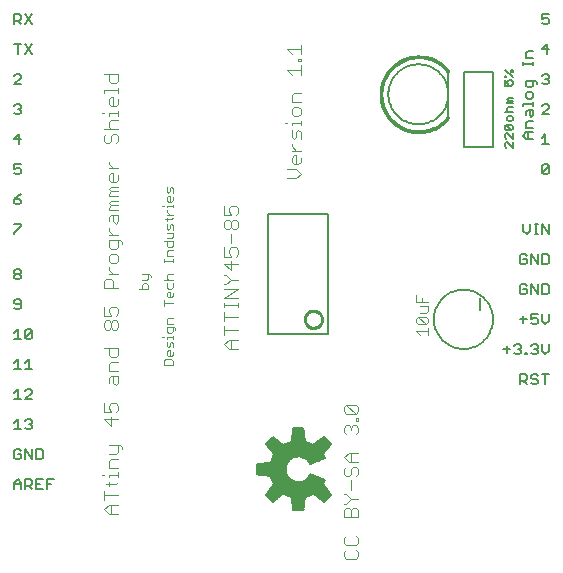
<source format=gto>
G75*
G70*
%OFA0B0*%
%FSLAX24Y24*%
%IPPOS*%
%LPD*%
%AMOC8*
5,1,8,0,0,1.08239X$1,22.5*
%
%ADD10C,0.0040*%
%ADD11C,0.0030*%
%ADD12C,0.0060*%
%ADD13C,0.0080*%
%ADD14C,0.0100*%
%ADD15C,0.0059*%
%ADD16C,0.0050*%
%ADD17C,0.0010*%
D10*
X005181Y011282D02*
X005027Y011435D01*
X005181Y011589D01*
X005488Y011589D01*
X005257Y011589D02*
X005257Y011282D01*
X005181Y011282D02*
X005488Y011282D01*
X005488Y011896D02*
X005027Y011896D01*
X005027Y012049D02*
X005027Y011742D01*
X005181Y012203D02*
X005181Y012356D01*
X005104Y012279D02*
X005411Y012279D01*
X005488Y012356D01*
X005488Y012510D02*
X005488Y012663D01*
X005488Y012586D02*
X005181Y012586D01*
X005181Y012510D01*
X005027Y012586D02*
X004950Y012586D01*
X005181Y012817D02*
X005181Y013047D01*
X005257Y013123D01*
X005488Y013123D01*
X005411Y013277D02*
X005488Y013354D01*
X005488Y013584D01*
X005564Y013584D02*
X005641Y013507D01*
X005641Y013430D01*
X005564Y013584D02*
X005181Y013584D01*
X005181Y013277D02*
X005411Y013277D01*
X005488Y012817D02*
X005181Y012817D01*
X005257Y014198D02*
X005257Y014504D01*
X005257Y014658D02*
X005181Y014811D01*
X005181Y014888D01*
X005257Y014965D01*
X005411Y014965D01*
X005488Y014888D01*
X005488Y014735D01*
X005411Y014658D01*
X005257Y014658D02*
X005027Y014658D01*
X005027Y014965D01*
X005027Y014428D02*
X005257Y014198D01*
X005488Y014428D02*
X005027Y014428D01*
X005411Y015579D02*
X005334Y015655D01*
X005334Y015886D01*
X005257Y015886D02*
X005488Y015886D01*
X005488Y015655D01*
X005411Y015579D01*
X005181Y015655D02*
X005181Y015809D01*
X005257Y015886D01*
X005181Y016039D02*
X005181Y016269D01*
X005257Y016346D01*
X005488Y016346D01*
X005411Y016499D02*
X005257Y016499D01*
X005181Y016576D01*
X005181Y016806D01*
X005027Y016806D02*
X005488Y016806D01*
X005488Y016576D01*
X005411Y016499D01*
X005488Y016039D02*
X005181Y016039D01*
X005181Y017420D02*
X005104Y017420D01*
X005027Y017497D01*
X005027Y017650D01*
X005104Y017727D01*
X005181Y017727D01*
X005257Y017650D01*
X005257Y017497D01*
X005181Y017420D01*
X005257Y017497D02*
X005334Y017420D01*
X005411Y017420D01*
X005488Y017497D01*
X005488Y017650D01*
X005411Y017727D01*
X005334Y017727D01*
X005257Y017650D01*
X005257Y017880D02*
X005027Y017880D01*
X005027Y018187D01*
X005181Y018111D02*
X005257Y018187D01*
X005411Y018187D01*
X005488Y018111D01*
X005488Y017957D01*
X005411Y017880D01*
X005257Y017880D02*
X005181Y018034D01*
X005181Y018111D01*
X005334Y018801D02*
X005334Y019031D01*
X005257Y019108D01*
X005104Y019108D01*
X005027Y019031D01*
X005027Y018801D01*
X005488Y018801D01*
X005488Y019261D02*
X005181Y019261D01*
X005334Y019261D02*
X005181Y019415D01*
X005181Y019492D01*
X005257Y019645D02*
X005181Y019722D01*
X005181Y019875D01*
X005257Y019952D01*
X005411Y019952D01*
X005488Y019875D01*
X005488Y019722D01*
X005411Y019645D01*
X005257Y019645D01*
X005257Y020105D02*
X005181Y020182D01*
X005181Y020412D01*
X005564Y020412D01*
X005641Y020336D01*
X005641Y020259D01*
X005488Y020182D02*
X005488Y020412D01*
X005488Y020566D02*
X005181Y020566D01*
X005334Y020566D02*
X005181Y020719D01*
X005181Y020796D01*
X005181Y021026D02*
X005181Y021180D01*
X005257Y021256D01*
X005488Y021256D01*
X005488Y021026D01*
X005411Y020949D01*
X005334Y021026D01*
X005334Y021256D01*
X005181Y021410D02*
X005181Y021486D01*
X005257Y021563D01*
X005181Y021640D01*
X005257Y021717D01*
X005488Y021717D01*
X005488Y021870D02*
X005181Y021870D01*
X005181Y021947D01*
X005257Y022024D01*
X005181Y022100D01*
X005257Y022177D01*
X005488Y022177D01*
X005488Y022024D02*
X005257Y022024D01*
X005257Y022331D02*
X005181Y022407D01*
X005181Y022561D01*
X005257Y022637D01*
X005334Y022637D01*
X005334Y022331D01*
X005411Y022331D02*
X005257Y022331D01*
X005411Y022331D02*
X005488Y022407D01*
X005488Y022561D01*
X005488Y022791D02*
X005181Y022791D01*
X005334Y022791D02*
X005181Y022944D01*
X005181Y023021D01*
X005181Y023635D02*
X005257Y023712D01*
X005257Y023865D01*
X005334Y023942D01*
X005411Y023942D01*
X005488Y023865D01*
X005488Y023712D01*
X005411Y023635D01*
X005181Y023635D02*
X005104Y023635D01*
X005027Y023712D01*
X005027Y023865D01*
X005104Y023942D01*
X005027Y024095D02*
X005488Y024095D01*
X005257Y024095D02*
X005181Y024172D01*
X005181Y024325D01*
X005257Y024402D01*
X005488Y024402D01*
X005488Y024556D02*
X005488Y024709D01*
X005488Y024632D02*
X005181Y024632D01*
X005181Y024556D01*
X005027Y024632D02*
X004950Y024632D01*
X005181Y024939D02*
X005181Y025093D01*
X005257Y025169D01*
X005334Y025169D01*
X005334Y024862D01*
X005257Y024862D02*
X005181Y024939D01*
X005257Y024862D02*
X005411Y024862D01*
X005488Y024939D01*
X005488Y025093D01*
X005488Y025323D02*
X005488Y025476D01*
X005488Y025399D02*
X005027Y025399D01*
X005027Y025323D01*
X005257Y025630D02*
X005181Y025706D01*
X005181Y025937D01*
X005027Y025937D02*
X005488Y025937D01*
X005488Y025706D01*
X005411Y025630D01*
X005257Y025630D01*
X005257Y021563D02*
X005488Y021563D01*
X005488Y021410D02*
X005181Y021410D01*
X005488Y020182D02*
X005411Y020105D01*
X005257Y020105D01*
X009027Y020158D02*
X009027Y019851D01*
X009257Y019851D01*
X009181Y020004D01*
X009181Y020081D01*
X009257Y020158D01*
X009411Y020158D01*
X009488Y020081D01*
X009488Y019928D01*
X009411Y019851D01*
X009257Y019698D02*
X009257Y019391D01*
X009027Y019621D01*
X009488Y019621D01*
X009104Y019237D02*
X009027Y019237D01*
X009104Y019237D02*
X009257Y019084D01*
X009488Y019084D01*
X009257Y019084D02*
X009104Y018930D01*
X009027Y018930D01*
X009027Y018777D02*
X009488Y018777D01*
X009027Y018470D01*
X009488Y018470D01*
X009488Y018317D02*
X009488Y018163D01*
X009488Y018240D02*
X009027Y018240D01*
X009027Y018163D02*
X009027Y018317D01*
X009027Y018010D02*
X009027Y017703D01*
X009027Y017856D02*
X009488Y017856D01*
X009488Y017396D02*
X009027Y017396D01*
X009027Y017549D02*
X009027Y017242D01*
X009181Y017089D02*
X009027Y016935D01*
X009181Y016782D01*
X009488Y016782D01*
X009257Y016782D02*
X009257Y017089D01*
X009181Y017089D02*
X009488Y017089D01*
X009257Y020311D02*
X009257Y020618D01*
X009181Y020772D02*
X009104Y020772D01*
X009027Y020848D01*
X009027Y021002D01*
X009104Y021079D01*
X009181Y021079D01*
X009257Y021002D01*
X009257Y020848D01*
X009181Y020772D01*
X009257Y020848D02*
X009334Y020772D01*
X009411Y020772D01*
X009488Y020848D01*
X009488Y021002D01*
X009411Y021079D01*
X009334Y021079D01*
X009257Y021002D01*
X009257Y021232D02*
X009181Y021386D01*
X009181Y021462D01*
X009257Y021539D01*
X009411Y021539D01*
X009488Y021462D01*
X009488Y021309D01*
X009411Y021232D01*
X009257Y021232D02*
X009027Y021232D01*
X009027Y021539D01*
X011126Y022465D02*
X011433Y022465D01*
X011586Y022618D01*
X011433Y022771D01*
X011126Y022771D01*
X011356Y022925D02*
X011280Y023002D01*
X011280Y023155D01*
X011356Y023232D01*
X011433Y023232D01*
X011433Y022925D01*
X011510Y022925D02*
X011356Y022925D01*
X011510Y022925D02*
X011586Y023002D01*
X011586Y023155D01*
X011586Y023385D02*
X011280Y023385D01*
X011433Y023385D02*
X011280Y023539D01*
X011280Y023615D01*
X011356Y023769D02*
X011280Y023846D01*
X011280Y024076D01*
X011280Y024229D02*
X011280Y024306D01*
X011586Y024306D01*
X011586Y024229D02*
X011586Y024383D01*
X011510Y024536D02*
X011356Y024536D01*
X011280Y024613D01*
X011280Y024766D01*
X011356Y024843D01*
X011510Y024843D01*
X011586Y024766D01*
X011586Y024613D01*
X011510Y024536D01*
X011586Y024996D02*
X011280Y024996D01*
X011280Y025227D01*
X011356Y025303D01*
X011586Y025303D01*
X011586Y025917D02*
X011586Y026224D01*
X011586Y026071D02*
X011126Y026071D01*
X011280Y025917D01*
X011510Y026378D02*
X011510Y026454D01*
X011586Y026454D01*
X011586Y026378D01*
X011510Y026378D01*
X011586Y026608D02*
X011586Y026915D01*
X011586Y026761D02*
X011126Y026761D01*
X011280Y026608D01*
X011126Y024306D02*
X011049Y024306D01*
X011433Y023999D02*
X011433Y023846D01*
X011356Y023769D01*
X011586Y023769D02*
X011586Y023999D01*
X011510Y024076D01*
X011433Y023999D01*
X013104Y014923D02*
X013411Y014616D01*
X013488Y014692D01*
X013488Y014846D01*
X013411Y014923D01*
X013104Y014923D01*
X013027Y014846D01*
X013027Y014692D01*
X013104Y014616D01*
X013411Y014616D01*
X013411Y014462D02*
X013488Y014462D01*
X013488Y014386D01*
X013411Y014386D01*
X013411Y014462D01*
X013411Y014232D02*
X013488Y014155D01*
X013488Y014002D01*
X013411Y013925D01*
X013257Y014079D02*
X013257Y014155D01*
X013334Y014232D01*
X013411Y014232D01*
X013257Y014155D02*
X013181Y014232D01*
X013104Y014232D01*
X013027Y014155D01*
X013027Y014002D01*
X013104Y013925D01*
X013181Y013311D02*
X013488Y013311D01*
X013257Y013311D02*
X013257Y013005D01*
X013181Y013005D02*
X013027Y013158D01*
X013181Y013311D01*
X013181Y013005D02*
X013488Y013005D01*
X013411Y012851D02*
X013488Y012774D01*
X013488Y012621D01*
X013411Y012544D01*
X013257Y012621D02*
X013257Y012774D01*
X013334Y012851D01*
X013411Y012851D01*
X013257Y012621D02*
X013181Y012544D01*
X013104Y012544D01*
X013027Y012621D01*
X013027Y012774D01*
X013104Y012851D01*
X013257Y012391D02*
X013257Y012084D01*
X013104Y011930D02*
X013027Y011930D01*
X013104Y011930D02*
X013257Y011777D01*
X013488Y011777D01*
X013257Y011777D02*
X013104Y011623D01*
X013027Y011623D01*
X013104Y011470D02*
X013181Y011470D01*
X013257Y011393D01*
X013257Y011163D01*
X013027Y011163D02*
X013027Y011393D01*
X013104Y011470D01*
X013257Y011393D02*
X013334Y011470D01*
X013411Y011470D01*
X013488Y011393D01*
X013488Y011163D01*
X013027Y011163D01*
X013104Y010549D02*
X013027Y010473D01*
X013027Y010319D01*
X013104Y010242D01*
X013411Y010242D01*
X013488Y010319D01*
X013488Y010473D01*
X013411Y010549D01*
X013411Y010089D02*
X013488Y010012D01*
X013488Y009859D01*
X013411Y009782D01*
X013104Y009782D01*
X013027Y009859D01*
X013027Y010012D01*
X013104Y010089D01*
D11*
X015565Y017233D02*
X015441Y017357D01*
X015812Y017357D01*
X015812Y017480D02*
X015812Y017233D01*
X015750Y017602D02*
X015503Y017602D01*
X015441Y017663D01*
X015441Y017787D01*
X015503Y017848D01*
X015750Y017602D01*
X015812Y017663D01*
X015812Y017787D01*
X015750Y017848D01*
X015503Y017848D01*
X015565Y017970D02*
X015750Y017970D01*
X015812Y018032D01*
X015812Y018217D01*
X015565Y018217D01*
X015627Y018338D02*
X015627Y018462D01*
X015812Y018338D02*
X015441Y018338D01*
X015441Y018585D01*
X007409Y017462D02*
X007361Y017511D01*
X007119Y017511D01*
X007119Y017365D01*
X007167Y017317D01*
X007264Y017317D01*
X007313Y017365D01*
X007313Y017511D01*
X007313Y017612D02*
X007119Y017612D01*
X007119Y017757D01*
X007167Y017805D01*
X007313Y017805D01*
X007409Y017462D02*
X007409Y017414D01*
X007313Y017217D02*
X007313Y017121D01*
X007313Y017169D02*
X007119Y017169D01*
X007119Y017121D01*
X007119Y017019D02*
X007119Y016874D01*
X007167Y016826D01*
X007216Y016874D01*
X007216Y016971D01*
X007264Y017019D01*
X007313Y016971D01*
X007313Y016826D01*
X007216Y016725D02*
X007216Y016531D01*
X007264Y016531D02*
X007167Y016531D01*
X007119Y016580D01*
X007119Y016676D01*
X007167Y016725D01*
X007216Y016725D01*
X007313Y016676D02*
X007313Y016580D01*
X007264Y016531D01*
X007264Y016430D02*
X007071Y016430D01*
X007022Y016382D01*
X007022Y016237D01*
X007313Y016237D01*
X007313Y016382D01*
X007264Y016430D01*
X007022Y017169D02*
X006974Y017169D01*
X007022Y018201D02*
X007022Y018394D01*
X007022Y018298D02*
X007313Y018298D01*
X007264Y018496D02*
X007167Y018496D01*
X007119Y018544D01*
X007119Y018641D01*
X007167Y018689D01*
X007216Y018689D01*
X007216Y018496D01*
X007264Y018496D02*
X007313Y018544D01*
X007313Y018641D01*
X007264Y018790D02*
X007313Y018839D01*
X007313Y018984D01*
X007313Y019085D02*
X007022Y019085D01*
X007119Y019133D02*
X007119Y019230D01*
X007167Y019278D01*
X007313Y019278D01*
X007167Y019085D02*
X007119Y019133D01*
X007119Y018984D02*
X007119Y018839D01*
X007167Y018790D01*
X007264Y018790D01*
X006589Y019168D02*
X006589Y019217D01*
X006541Y019265D01*
X006299Y019265D01*
X006299Y019072D02*
X006444Y019072D01*
X006493Y019120D01*
X006493Y019265D01*
X006444Y018971D02*
X006347Y018971D01*
X006299Y018922D01*
X006299Y018777D01*
X006202Y018777D02*
X006493Y018777D01*
X006493Y018922D01*
X006444Y018971D01*
X007022Y019674D02*
X007022Y019771D01*
X007022Y019723D02*
X007313Y019723D01*
X007313Y019771D02*
X007313Y019674D01*
X007313Y019871D02*
X007119Y019871D01*
X007119Y020016D01*
X007167Y020064D01*
X007313Y020064D01*
X007264Y020165D02*
X007167Y020165D01*
X007119Y020214D01*
X007119Y020359D01*
X007022Y020359D02*
X007313Y020359D01*
X007313Y020214D01*
X007264Y020165D01*
X007264Y020460D02*
X007119Y020460D01*
X007264Y020460D02*
X007313Y020508D01*
X007313Y020653D01*
X007119Y020653D01*
X007167Y020755D02*
X007119Y020803D01*
X007119Y020948D01*
X007119Y021049D02*
X007119Y021146D01*
X007071Y021098D02*
X007264Y021098D01*
X007313Y021146D01*
X007313Y021246D02*
X007119Y021246D01*
X007119Y021342D02*
X007119Y021391D01*
X007119Y021342D02*
X007216Y021246D01*
X007313Y021491D02*
X007313Y021588D01*
X007313Y021539D02*
X007119Y021539D01*
X007119Y021491D01*
X007022Y021539D02*
X006974Y021539D01*
X007167Y021688D02*
X007119Y021736D01*
X007119Y021833D01*
X007167Y021881D01*
X007216Y021881D01*
X007216Y021688D01*
X007264Y021688D02*
X007167Y021688D01*
X007264Y021688D02*
X007313Y021736D01*
X007313Y021833D01*
X007313Y021982D02*
X007313Y022127D01*
X007264Y022176D01*
X007216Y022127D01*
X007216Y022031D01*
X007167Y021982D01*
X007119Y022031D01*
X007119Y022176D01*
X007264Y020948D02*
X007216Y020900D01*
X007216Y020803D01*
X007167Y020755D01*
X007313Y020755D02*
X007313Y020900D01*
X007264Y020948D01*
D12*
X002633Y017376D02*
X002633Y017149D01*
X002576Y017092D01*
X002463Y017092D01*
X002406Y017149D01*
X002633Y017376D01*
X002576Y017432D01*
X002463Y017432D01*
X002406Y017376D01*
X002406Y017149D01*
X002264Y017092D02*
X002038Y017092D01*
X002151Y017092D02*
X002151Y017432D01*
X002038Y017319D01*
X002094Y018092D02*
X002208Y018092D01*
X002264Y018149D01*
X002264Y018376D01*
X002208Y018432D01*
X002094Y018432D01*
X002038Y018376D01*
X002038Y018319D01*
X002094Y018262D01*
X002264Y018262D01*
X002094Y018092D02*
X002038Y018149D01*
X002094Y019092D02*
X002038Y019149D01*
X002038Y019205D01*
X002094Y019262D01*
X002208Y019262D01*
X002264Y019205D01*
X002264Y019149D01*
X002208Y019092D01*
X002094Y019092D01*
X002094Y019262D02*
X002038Y019319D01*
X002038Y019376D01*
X002094Y019432D01*
X002208Y019432D01*
X002264Y019376D01*
X002264Y019319D01*
X002208Y019262D01*
X002038Y020592D02*
X002038Y020649D01*
X002264Y020876D01*
X002264Y020932D01*
X002038Y020932D01*
X002094Y021592D02*
X002208Y021592D01*
X002264Y021649D01*
X002264Y021705D01*
X002208Y021762D01*
X002038Y021762D01*
X002038Y021649D01*
X002094Y021592D01*
X002038Y021762D02*
X002151Y021876D01*
X002264Y021932D01*
X002208Y022592D02*
X002094Y022592D01*
X002038Y022649D01*
X002038Y022762D02*
X002151Y022819D01*
X002208Y022819D01*
X002264Y022762D01*
X002264Y022649D01*
X002208Y022592D01*
X002038Y022762D02*
X002038Y022932D01*
X002264Y022932D01*
X002208Y023592D02*
X002208Y023932D01*
X002038Y023762D01*
X002264Y023762D01*
X002208Y024592D02*
X002094Y024592D01*
X002038Y024649D01*
X002151Y024762D02*
X002208Y024762D01*
X002264Y024705D01*
X002264Y024649D01*
X002208Y024592D01*
X002208Y024762D02*
X002264Y024819D01*
X002264Y024876D01*
X002208Y024932D01*
X002094Y024932D01*
X002038Y024876D01*
X002038Y025592D02*
X002264Y025819D01*
X002264Y025876D01*
X002208Y025932D01*
X002094Y025932D01*
X002038Y025876D01*
X002038Y025592D02*
X002264Y025592D01*
X002151Y026592D02*
X002151Y026932D01*
X002038Y026932D02*
X002264Y026932D01*
X002406Y026932D02*
X002633Y026592D01*
X002406Y026592D02*
X002633Y026932D01*
X002633Y027592D02*
X002406Y027932D01*
X002264Y027876D02*
X002264Y027762D01*
X002208Y027705D01*
X002038Y027705D01*
X002038Y027592D02*
X002038Y027932D01*
X002208Y027932D01*
X002264Y027876D01*
X002151Y027705D02*
X002264Y027592D01*
X002406Y027592D02*
X002633Y027932D01*
X002519Y016432D02*
X002519Y016092D01*
X002406Y016092D02*
X002633Y016092D01*
X002406Y016319D02*
X002519Y016432D01*
X002264Y016092D02*
X002038Y016092D01*
X002151Y016092D02*
X002151Y016432D01*
X002038Y016319D01*
X002151Y015432D02*
X002151Y015092D01*
X002038Y015092D02*
X002264Y015092D01*
X002406Y015092D02*
X002633Y015319D01*
X002633Y015376D01*
X002576Y015432D01*
X002463Y015432D01*
X002406Y015376D01*
X002406Y015092D02*
X002633Y015092D01*
X002576Y014432D02*
X002633Y014376D01*
X002633Y014319D01*
X002576Y014262D01*
X002633Y014205D01*
X002633Y014149D01*
X002576Y014092D01*
X002463Y014092D01*
X002406Y014149D01*
X002264Y014092D02*
X002038Y014092D01*
X002151Y014092D02*
X002151Y014432D01*
X002038Y014319D01*
X002406Y014376D02*
X002463Y014432D01*
X002576Y014432D01*
X002576Y014262D02*
X002519Y014262D01*
X002406Y013432D02*
X002633Y013092D01*
X002633Y013432D01*
X002774Y013432D02*
X002944Y013432D01*
X003001Y013376D01*
X003001Y013149D01*
X002944Y013092D01*
X002774Y013092D01*
X002774Y013432D01*
X002406Y013432D02*
X002406Y013092D01*
X002264Y013149D02*
X002264Y013262D01*
X002151Y013262D01*
X002038Y013149D02*
X002038Y013376D01*
X002094Y013432D01*
X002208Y013432D01*
X002264Y013376D01*
X002264Y013149D02*
X002208Y013092D01*
X002094Y013092D01*
X002038Y013149D01*
X002151Y012432D02*
X002264Y012319D01*
X002264Y012092D01*
X002406Y012092D02*
X002406Y012432D01*
X002576Y012432D01*
X002633Y012376D01*
X002633Y012262D01*
X002576Y012205D01*
X002406Y012205D01*
X002519Y012205D02*
X002633Y012092D01*
X002774Y012092D02*
X003001Y012092D01*
X003142Y012092D02*
X003142Y012432D01*
X003369Y012432D01*
X003256Y012262D02*
X003142Y012262D01*
X003001Y012432D02*
X002774Y012432D01*
X002774Y012092D01*
X002774Y012262D02*
X002888Y012262D01*
X002264Y012262D02*
X002038Y012262D01*
X002038Y012319D02*
X002038Y012092D01*
X002038Y012319D02*
X002151Y012432D01*
X002038Y015319D02*
X002151Y015432D01*
X014508Y025262D02*
X014510Y025325D01*
X014516Y025387D01*
X014526Y025449D01*
X014539Y025511D01*
X014557Y025571D01*
X014578Y025630D01*
X014603Y025688D01*
X014632Y025744D01*
X014664Y025798D01*
X014699Y025850D01*
X014737Y025899D01*
X014779Y025947D01*
X014823Y025991D01*
X014871Y026033D01*
X014920Y026071D01*
X014972Y026106D01*
X015026Y026138D01*
X015082Y026167D01*
X015140Y026192D01*
X015199Y026213D01*
X015259Y026231D01*
X015321Y026244D01*
X015383Y026254D01*
X015445Y026260D01*
X015508Y026262D01*
X015571Y026260D01*
X015633Y026254D01*
X015695Y026244D01*
X015757Y026231D01*
X015817Y026213D01*
X015876Y026192D01*
X015934Y026167D01*
X015990Y026138D01*
X016044Y026106D01*
X016096Y026071D01*
X016145Y026033D01*
X016193Y025991D01*
X016237Y025947D01*
X016279Y025899D01*
X016317Y025850D01*
X016352Y025798D01*
X016384Y025744D01*
X016413Y025688D01*
X016438Y025630D01*
X016459Y025571D01*
X016477Y025511D01*
X016490Y025449D01*
X016500Y025387D01*
X016506Y025325D01*
X016508Y025262D01*
X016506Y025199D01*
X016500Y025137D01*
X016490Y025075D01*
X016477Y025013D01*
X016459Y024953D01*
X016438Y024894D01*
X016413Y024836D01*
X016384Y024780D01*
X016352Y024726D01*
X016317Y024674D01*
X016279Y024625D01*
X016237Y024577D01*
X016193Y024533D01*
X016145Y024491D01*
X016096Y024453D01*
X016044Y024418D01*
X015990Y024386D01*
X015934Y024357D01*
X015876Y024332D01*
X015817Y024311D01*
X015757Y024293D01*
X015695Y024280D01*
X015633Y024270D01*
X015571Y024264D01*
X015508Y024262D01*
X015445Y024264D01*
X015383Y024270D01*
X015321Y024280D01*
X015259Y024293D01*
X015199Y024311D01*
X015140Y024332D01*
X015082Y024357D01*
X015026Y024386D01*
X014972Y024418D01*
X014920Y024453D01*
X014871Y024491D01*
X014823Y024533D01*
X014779Y024577D01*
X014737Y024625D01*
X014699Y024674D01*
X014664Y024726D01*
X014632Y024780D01*
X014603Y024836D01*
X014578Y024894D01*
X014557Y024953D01*
X014539Y025013D01*
X014526Y025075D01*
X014516Y025137D01*
X014510Y025199D01*
X014508Y025262D01*
X018992Y024934D02*
X019333Y024934D01*
X019333Y024878D02*
X019333Y024991D01*
X019276Y025123D02*
X019333Y025180D01*
X019333Y025293D01*
X019276Y025350D01*
X019162Y025350D01*
X019106Y025293D01*
X019106Y025180D01*
X019162Y025123D01*
X019276Y025123D01*
X018992Y024934D02*
X018992Y024878D01*
X019162Y024736D02*
X019333Y024736D01*
X019333Y024566D01*
X019276Y024509D01*
X019219Y024566D01*
X019219Y024736D01*
X019162Y024736D02*
X019106Y024680D01*
X019106Y024566D01*
X019162Y024368D02*
X019333Y024368D01*
X019162Y024368D02*
X019106Y024311D01*
X019106Y024141D01*
X019333Y024141D01*
X019333Y024000D02*
X019106Y024000D01*
X018992Y023886D01*
X019106Y023773D01*
X019333Y023773D01*
X019162Y023773D02*
X019162Y024000D01*
X019624Y023819D02*
X019738Y023932D01*
X019738Y023592D01*
X019851Y023592D02*
X019624Y023592D01*
X019681Y022932D02*
X019794Y022932D01*
X019851Y022876D01*
X019624Y022649D01*
X019681Y022592D01*
X019794Y022592D01*
X019851Y022649D01*
X019851Y022876D01*
X019681Y022932D02*
X019624Y022876D01*
X019624Y022649D01*
X019624Y020932D02*
X019851Y020592D01*
X019851Y020932D01*
X019624Y020932D02*
X019624Y020592D01*
X019492Y020592D02*
X019379Y020592D01*
X019435Y020592D02*
X019435Y020932D01*
X019379Y020932D02*
X019492Y020932D01*
X019237Y020932D02*
X019237Y020705D01*
X019124Y020592D01*
X019010Y020705D01*
X019010Y020932D01*
X019058Y019932D02*
X018944Y019932D01*
X018888Y019876D01*
X018888Y019649D01*
X018944Y019592D01*
X019058Y019592D01*
X019114Y019649D01*
X019114Y019762D01*
X019001Y019762D01*
X019114Y019876D02*
X019058Y019932D01*
X019256Y019932D02*
X019256Y019592D01*
X019483Y019592D02*
X019256Y019932D01*
X019483Y019932D02*
X019483Y019592D01*
X019624Y019592D02*
X019624Y019932D01*
X019794Y019932D01*
X019851Y019876D01*
X019851Y019649D01*
X019794Y019592D01*
X019624Y019592D01*
X019624Y018932D02*
X019794Y018932D01*
X019851Y018876D01*
X019851Y018649D01*
X019794Y018592D01*
X019624Y018592D01*
X019624Y018932D01*
X019483Y018932D02*
X019483Y018592D01*
X019256Y018932D01*
X019256Y018592D01*
X019114Y018649D02*
X019114Y018762D01*
X019001Y018762D01*
X018888Y018649D02*
X018944Y018592D01*
X019058Y018592D01*
X019114Y018649D01*
X018888Y018649D02*
X018888Y018876D01*
X018944Y018932D01*
X019058Y018932D01*
X019114Y018876D01*
X019256Y017932D02*
X019256Y017762D01*
X019369Y017819D01*
X019426Y017819D01*
X019483Y017762D01*
X019483Y017649D01*
X019426Y017592D01*
X019313Y017592D01*
X019256Y017649D01*
X019114Y017762D02*
X018888Y017762D01*
X019001Y017649D02*
X019001Y017876D01*
X019256Y017932D02*
X019483Y017932D01*
X019624Y017932D02*
X019624Y017705D01*
X019738Y017592D01*
X019851Y017705D01*
X019851Y017932D01*
X019851Y016932D02*
X019851Y016705D01*
X019738Y016592D01*
X019624Y016705D01*
X019624Y016932D01*
X019483Y016876D02*
X019483Y016819D01*
X019426Y016762D01*
X019483Y016705D01*
X019483Y016649D01*
X019426Y016592D01*
X019313Y016592D01*
X019256Y016649D01*
X019128Y016649D02*
X019128Y016592D01*
X019072Y016592D01*
X019072Y016649D01*
X019128Y016649D01*
X018930Y016649D02*
X018874Y016592D01*
X018760Y016592D01*
X018703Y016649D01*
X018817Y016762D02*
X018874Y016762D01*
X018930Y016705D01*
X018930Y016649D01*
X018874Y016762D02*
X018930Y016819D01*
X018930Y016876D01*
X018874Y016932D01*
X018760Y016932D01*
X018703Y016876D01*
X018562Y016762D02*
X018335Y016762D01*
X018449Y016649D02*
X018449Y016876D01*
X019256Y016876D02*
X019313Y016932D01*
X019426Y016932D01*
X019483Y016876D01*
X019426Y016762D02*
X019369Y016762D01*
X019313Y015932D02*
X019256Y015876D01*
X019256Y015819D01*
X019313Y015762D01*
X019426Y015762D01*
X019483Y015705D01*
X019483Y015649D01*
X019426Y015592D01*
X019313Y015592D01*
X019256Y015649D01*
X019114Y015592D02*
X019001Y015705D01*
X019058Y015705D02*
X018888Y015705D01*
X018888Y015592D02*
X018888Y015932D01*
X019058Y015932D01*
X019114Y015876D01*
X019114Y015762D01*
X019058Y015705D01*
X019313Y015932D02*
X019426Y015932D01*
X019483Y015876D01*
X019624Y015932D02*
X019851Y015932D01*
X019738Y015932D02*
X019738Y015592D01*
X019624Y024592D02*
X019851Y024819D01*
X019851Y024876D01*
X019794Y024932D01*
X019681Y024932D01*
X019624Y024876D01*
X019624Y024592D02*
X019851Y024592D01*
X019794Y025592D02*
X019681Y025592D01*
X019624Y025649D01*
X019738Y025762D02*
X019794Y025762D01*
X019851Y025705D01*
X019851Y025649D01*
X019794Y025592D01*
X019794Y025762D02*
X019851Y025819D01*
X019851Y025876D01*
X019794Y025932D01*
X019681Y025932D01*
X019624Y025876D01*
X019446Y025662D02*
X019389Y025718D01*
X019106Y025718D01*
X019106Y025548D01*
X019162Y025492D01*
X019276Y025492D01*
X019333Y025548D01*
X019333Y025718D01*
X019446Y025662D02*
X019446Y025605D01*
X019333Y026228D02*
X019333Y026342D01*
X019333Y026285D02*
X018992Y026285D01*
X018992Y026228D02*
X018992Y026342D01*
X019106Y026474D02*
X019106Y026644D01*
X019162Y026701D01*
X019333Y026701D01*
X019333Y026474D02*
X019106Y026474D01*
X019624Y026762D02*
X019851Y026762D01*
X019794Y026592D02*
X019794Y026932D01*
X019624Y026762D01*
X019681Y027592D02*
X019624Y027649D01*
X019681Y027592D02*
X019794Y027592D01*
X019851Y027649D01*
X019851Y027762D01*
X019794Y027819D01*
X019738Y027819D01*
X019624Y027762D01*
X019624Y027932D01*
X019851Y027932D01*
D13*
X017980Y026002D02*
X017980Y023522D01*
X017035Y023522D01*
X017035Y026002D01*
X017980Y026002D01*
X016508Y026012D02*
X016508Y024512D01*
X012508Y021262D02*
X012508Y017262D01*
X012108Y017262D01*
X011908Y017262D01*
X012108Y017262D02*
X010508Y017262D01*
X010508Y021262D01*
X012508Y021262D01*
X016024Y017762D02*
X016026Y017824D01*
X016032Y017887D01*
X016042Y017948D01*
X016056Y018009D01*
X016073Y018069D01*
X016094Y018128D01*
X016120Y018185D01*
X016148Y018240D01*
X016180Y018294D01*
X016216Y018345D01*
X016254Y018395D01*
X016296Y018441D01*
X016340Y018485D01*
X016388Y018526D01*
X016437Y018564D01*
X016489Y018598D01*
X016543Y018629D01*
X016599Y018657D01*
X016657Y018681D01*
X016716Y018702D01*
X016776Y018718D01*
X016837Y018731D01*
X016899Y018740D01*
X016961Y018745D01*
X017024Y018746D01*
X017086Y018743D01*
X017148Y018736D01*
X017210Y018725D01*
X017270Y018710D01*
X017330Y018692D01*
X017388Y018670D01*
X017445Y018644D01*
X017500Y018614D01*
X017553Y018581D01*
X017604Y018545D01*
X017652Y018506D01*
X017698Y018463D01*
X017741Y018418D01*
X017781Y018370D01*
X017818Y018320D01*
X017852Y018267D01*
X017883Y018213D01*
X017909Y018157D01*
X017933Y018099D01*
X017952Y018039D01*
X017968Y017979D01*
X017980Y017917D01*
X017988Y017856D01*
X017992Y017793D01*
X017992Y017731D01*
X017988Y017668D01*
X017980Y017607D01*
X017968Y017545D01*
X017952Y017485D01*
X017933Y017425D01*
X017909Y017367D01*
X017883Y017311D01*
X017852Y017257D01*
X017818Y017204D01*
X017781Y017154D01*
X017741Y017106D01*
X017698Y017061D01*
X017652Y017018D01*
X017604Y016979D01*
X017553Y016943D01*
X017500Y016910D01*
X017445Y016880D01*
X017388Y016854D01*
X017330Y016832D01*
X017270Y016814D01*
X017210Y016799D01*
X017148Y016788D01*
X017086Y016781D01*
X017024Y016778D01*
X016961Y016779D01*
X016899Y016784D01*
X016837Y016793D01*
X016776Y016806D01*
X016716Y016822D01*
X016657Y016843D01*
X016599Y016867D01*
X016543Y016895D01*
X016489Y016926D01*
X016437Y016960D01*
X016388Y016998D01*
X016340Y017039D01*
X016296Y017083D01*
X016254Y017129D01*
X016216Y017179D01*
X016180Y017230D01*
X016148Y017284D01*
X016120Y017339D01*
X016094Y017396D01*
X016073Y017455D01*
X016056Y017515D01*
X016042Y017576D01*
X016032Y017637D01*
X016026Y017700D01*
X016024Y017762D01*
X017558Y018062D02*
X017558Y018462D01*
D14*
X011725Y017762D02*
X011727Y017795D01*
X011733Y017828D01*
X011743Y017861D01*
X011756Y017891D01*
X011773Y017920D01*
X011794Y017947D01*
X011817Y017971D01*
X011843Y017992D01*
X011871Y018010D01*
X011902Y018024D01*
X011933Y018035D01*
X011966Y018042D01*
X012000Y018045D01*
X012033Y018044D01*
X012066Y018039D01*
X012099Y018030D01*
X012130Y018017D01*
X012159Y018001D01*
X012186Y017982D01*
X012211Y017959D01*
X012233Y017934D01*
X012252Y017906D01*
X012267Y017876D01*
X012279Y017845D01*
X012287Y017812D01*
X012291Y017779D01*
X012291Y017745D01*
X012287Y017712D01*
X012279Y017679D01*
X012267Y017648D01*
X012252Y017618D01*
X012233Y017590D01*
X012211Y017565D01*
X012186Y017542D01*
X012159Y017523D01*
X012130Y017507D01*
X012099Y017494D01*
X012066Y017485D01*
X012033Y017480D01*
X012000Y017479D01*
X011966Y017482D01*
X011933Y017489D01*
X011902Y017500D01*
X011871Y017514D01*
X011843Y017532D01*
X011817Y017553D01*
X011794Y017577D01*
X011773Y017604D01*
X011756Y017633D01*
X011743Y017663D01*
X011733Y017696D01*
X011727Y017729D01*
X011725Y017762D01*
D15*
X011675Y014130D02*
X011340Y014130D01*
X011294Y013685D01*
X011194Y013656D01*
X011097Y013616D01*
X011006Y013565D01*
X010659Y013848D01*
X010422Y013610D01*
X010704Y013264D01*
X010654Y013172D01*
X010614Y013076D01*
X010584Y012975D01*
X010140Y012930D01*
X010140Y012594D01*
X010584Y012549D01*
X010614Y012448D01*
X010654Y012352D01*
X010704Y012260D01*
X010422Y011914D01*
X010659Y011676D01*
X011006Y011959D01*
X011097Y011908D01*
X011194Y011868D01*
X011294Y011839D01*
X011340Y011394D01*
X011675Y011394D01*
X011721Y011839D01*
X011821Y011868D01*
X011918Y011908D01*
X012010Y011959D01*
X012356Y011676D01*
X012593Y011914D01*
X012311Y012260D01*
X012350Y012328D01*
X012383Y012399D01*
X011905Y012597D01*
X011872Y012533D01*
X011829Y012475D01*
X011776Y012425D01*
X011716Y012385D01*
X011650Y012356D01*
X011580Y012338D01*
X011508Y012331D01*
X011427Y012339D01*
X011350Y012361D01*
X011278Y012398D01*
X011214Y012447D01*
X011160Y012508D01*
X011119Y012577D01*
X011091Y012653D01*
X011078Y012733D01*
X011080Y012813D01*
X011097Y012892D01*
X011129Y012967D01*
X011174Y013034D01*
X011230Y013091D01*
X011296Y013137D01*
X011370Y013170D01*
X011449Y013189D01*
X011530Y013192D01*
X011609Y013180D01*
X011686Y013154D01*
X011756Y013114D01*
X011817Y013061D01*
X011868Y012998D01*
X011905Y012927D01*
X012383Y013125D01*
X012350Y013196D01*
X012311Y013264D01*
X012593Y013610D01*
X012356Y013848D01*
X012010Y013565D01*
X011918Y013616D01*
X011821Y013656D01*
X011721Y013685D01*
X011675Y014130D01*
X011680Y014086D02*
X011335Y014086D01*
X011329Y014028D02*
X011686Y014028D01*
X011692Y013970D02*
X011323Y013970D01*
X011318Y013913D02*
X011698Y013913D01*
X011703Y013855D02*
X011312Y013855D01*
X011306Y013798D02*
X011709Y013798D01*
X011715Y013740D02*
X011300Y013740D01*
X011285Y013682D02*
X011730Y013682D01*
X011896Y013625D02*
X011119Y013625D01*
X011009Y013567D02*
X012006Y013567D01*
X012012Y013567D02*
X012558Y013567D01*
X012579Y013625D02*
X012082Y013625D01*
X012153Y013682D02*
X012521Y013682D01*
X012464Y013740D02*
X012224Y013740D01*
X012294Y013798D02*
X012406Y013798D01*
X012511Y013510D02*
X010504Y013510D01*
X010457Y013567D02*
X011003Y013567D01*
X010933Y013625D02*
X010436Y013625D01*
X010494Y013682D02*
X010862Y013682D01*
X010791Y013740D02*
X010551Y013740D01*
X010609Y013798D02*
X010721Y013798D01*
X010551Y013452D02*
X012464Y013452D01*
X012417Y013394D02*
X010598Y013394D01*
X010645Y013337D02*
X012370Y013337D01*
X012323Y013279D02*
X010692Y013279D01*
X010681Y013222D02*
X012335Y013222D01*
X012365Y013164D02*
X011657Y013164D01*
X011764Y013106D02*
X012339Y013106D01*
X012200Y013049D02*
X011827Y013049D01*
X011871Y012991D02*
X012061Y012991D01*
X011922Y012934D02*
X011902Y012934D01*
X011901Y012588D02*
X011927Y012588D01*
X011870Y012531D02*
X012066Y012531D01*
X012206Y012473D02*
X011826Y012473D01*
X011761Y012415D02*
X012345Y012415D01*
X012363Y012358D02*
X011655Y012358D01*
X011362Y012358D02*
X010651Y012358D01*
X010627Y012415D02*
X011255Y012415D01*
X011191Y012473D02*
X010606Y012473D01*
X010590Y012531D02*
X011146Y012531D01*
X011115Y012588D02*
X010199Y012588D01*
X010140Y012646D02*
X011094Y012646D01*
X011083Y012703D02*
X010140Y012703D01*
X010140Y012761D02*
X011079Y012761D01*
X011081Y012819D02*
X010140Y012819D01*
X010140Y012876D02*
X011094Y012876D01*
X011115Y012934D02*
X010177Y012934D01*
X010589Y012991D02*
X011145Y012991D01*
X011188Y013049D02*
X010606Y013049D01*
X010626Y013106D02*
X011252Y013106D01*
X011357Y013164D02*
X010650Y013164D01*
X010682Y012300D02*
X012334Y012300D01*
X012325Y012243D02*
X010690Y012243D01*
X010643Y012185D02*
X012372Y012185D01*
X012419Y012127D02*
X010596Y012127D01*
X010549Y012070D02*
X012466Y012070D01*
X012513Y012012D02*
X010502Y012012D01*
X010455Y011955D02*
X011001Y011955D01*
X011013Y011955D02*
X012002Y011955D01*
X012015Y011955D02*
X012560Y011955D01*
X012577Y011897D02*
X012085Y011897D01*
X012156Y011839D02*
X012519Y011839D01*
X012461Y011782D02*
X012226Y011782D01*
X012297Y011724D02*
X012404Y011724D01*
X011891Y011897D02*
X011124Y011897D01*
X011293Y011839D02*
X011722Y011839D01*
X011715Y011782D02*
X011300Y011782D01*
X011306Y011724D02*
X011709Y011724D01*
X011703Y011667D02*
X011312Y011667D01*
X011318Y011609D02*
X011697Y011609D01*
X011691Y011551D02*
X011324Y011551D01*
X011330Y011494D02*
X011686Y011494D01*
X011680Y011436D02*
X011335Y011436D01*
X010930Y011897D02*
X010439Y011897D01*
X010496Y011839D02*
X010859Y011839D01*
X010789Y011782D02*
X010554Y011782D01*
X010611Y011724D02*
X010718Y011724D01*
D16*
X018427Y023486D02*
X018382Y023531D01*
X018382Y023621D01*
X018427Y023666D01*
X018472Y023666D01*
X018653Y023486D01*
X018653Y023666D01*
X018653Y023781D02*
X018472Y023961D01*
X018427Y023961D01*
X018382Y023916D01*
X018382Y023826D01*
X018427Y023781D01*
X018653Y023781D02*
X018653Y023961D01*
X018608Y024075D02*
X018653Y024120D01*
X018653Y024210D01*
X018608Y024256D01*
X018427Y024256D01*
X018608Y024075D01*
X018427Y024075D01*
X018382Y024120D01*
X018382Y024210D01*
X018427Y024256D01*
X018517Y024370D02*
X018608Y024370D01*
X018653Y024415D01*
X018653Y024505D01*
X018608Y024550D01*
X018517Y024550D01*
X018472Y024505D01*
X018472Y024415D01*
X018517Y024370D01*
X018517Y024665D02*
X018472Y024710D01*
X018472Y024800D01*
X018517Y024845D01*
X018653Y024845D01*
X018653Y024959D02*
X018472Y024959D01*
X018472Y025004D01*
X018517Y025049D01*
X018472Y025094D01*
X018517Y025139D01*
X018653Y025139D01*
X018653Y025049D02*
X018517Y025049D01*
X018382Y024665D02*
X018653Y024665D01*
X018608Y025549D02*
X018653Y025594D01*
X018653Y025684D01*
X018608Y025729D01*
X018517Y025729D01*
X018472Y025684D01*
X018472Y025639D01*
X018517Y025549D01*
X018382Y025549D01*
X018382Y025729D01*
X018382Y025843D02*
X018427Y025843D01*
X018427Y025888D01*
X018382Y025888D01*
X018382Y025843D01*
X018382Y026068D02*
X018653Y025843D01*
X018653Y026023D02*
X018653Y026068D01*
X018608Y026068D01*
X018608Y026023D01*
X018653Y026023D01*
D17*
X016540Y026042D02*
X016468Y025988D01*
X016469Y025989D02*
X016426Y026042D01*
X016381Y026093D01*
X016332Y026141D01*
X016281Y026186D01*
X016227Y026229D01*
X016171Y026268D01*
X016113Y026304D01*
X016053Y026337D01*
X015992Y026366D01*
X015928Y026391D01*
X015864Y026413D01*
X015798Y026432D01*
X015731Y026446D01*
X015664Y026457D01*
X015596Y026464D01*
X015528Y026467D01*
X015459Y026466D01*
X015391Y026461D01*
X015323Y026453D01*
X015256Y026440D01*
X015190Y026424D01*
X015125Y026404D01*
X015060Y026381D01*
X014998Y026354D01*
X014937Y026323D01*
X014878Y026289D01*
X014820Y026252D01*
X014765Y026211D01*
X014713Y026167D01*
X014663Y026121D01*
X014616Y026072D01*
X014571Y026020D01*
X014530Y025966D01*
X014491Y025909D01*
X014456Y025850D01*
X014425Y025790D01*
X014397Y025728D01*
X014372Y025664D01*
X014351Y025599D01*
X014334Y025533D01*
X014320Y025466D01*
X014311Y025398D01*
X014305Y025330D01*
X014303Y025262D01*
X014305Y025194D01*
X014311Y025126D01*
X014320Y025058D01*
X014334Y024991D01*
X014351Y024925D01*
X014372Y024860D01*
X014397Y024796D01*
X014425Y024734D01*
X014456Y024674D01*
X014491Y024615D01*
X014530Y024558D01*
X014571Y024504D01*
X014616Y024452D01*
X014663Y024403D01*
X014713Y024357D01*
X014765Y024313D01*
X014820Y024272D01*
X014878Y024235D01*
X014937Y024201D01*
X014998Y024170D01*
X015060Y024143D01*
X015125Y024120D01*
X015190Y024100D01*
X015256Y024084D01*
X015323Y024071D01*
X015391Y024063D01*
X015459Y024058D01*
X015528Y024057D01*
X015596Y024060D01*
X015664Y024067D01*
X015731Y024078D01*
X015798Y024092D01*
X015864Y024111D01*
X015928Y024133D01*
X015992Y024158D01*
X016053Y024187D01*
X016113Y024220D01*
X016171Y024256D01*
X016227Y024295D01*
X016281Y024338D01*
X016332Y024383D01*
X016381Y024431D01*
X016426Y024482D01*
X016469Y024535D01*
X016540Y024482D01*
X016541Y024481D01*
X016497Y024426D01*
X016449Y024373D01*
X016399Y024322D01*
X016346Y024275D01*
X016291Y024231D01*
X016233Y024189D01*
X016173Y024151D01*
X016112Y024116D01*
X016048Y024085D01*
X015983Y024057D01*
X015916Y024033D01*
X015848Y024012D01*
X015779Y023996D01*
X015709Y023983D01*
X015639Y023974D01*
X015568Y023968D01*
X015497Y023967D01*
X015426Y023970D01*
X015355Y023976D01*
X015285Y023986D01*
X015216Y024000D01*
X015147Y024018D01*
X015079Y024040D01*
X015013Y024065D01*
X014948Y024094D01*
X014885Y024127D01*
X014824Y024163D01*
X014765Y024202D01*
X014708Y024244D01*
X014653Y024289D01*
X014601Y024338D01*
X014552Y024389D01*
X014505Y024442D01*
X014462Y024499D01*
X014422Y024557D01*
X014385Y024618D01*
X014351Y024680D01*
X014321Y024744D01*
X014294Y024810D01*
X014271Y024877D01*
X014252Y024946D01*
X014237Y025015D01*
X014225Y025085D01*
X014217Y025156D01*
X014213Y025227D01*
X014213Y025297D01*
X014217Y025368D01*
X014225Y025439D01*
X014237Y025509D01*
X014252Y025578D01*
X014271Y025647D01*
X014294Y025714D01*
X014321Y025780D01*
X014351Y025844D01*
X014385Y025906D01*
X014422Y025967D01*
X014462Y026025D01*
X014505Y026082D01*
X014552Y026135D01*
X014601Y026186D01*
X014653Y026235D01*
X014708Y026280D01*
X014765Y026322D01*
X014824Y026361D01*
X014885Y026397D01*
X014948Y026430D01*
X015013Y026459D01*
X015079Y026484D01*
X015147Y026506D01*
X015216Y026524D01*
X015285Y026538D01*
X015355Y026548D01*
X015426Y026554D01*
X015497Y026557D01*
X015568Y026556D01*
X015639Y026550D01*
X015709Y026541D01*
X015779Y026528D01*
X015848Y026512D01*
X015916Y026491D01*
X015983Y026467D01*
X016048Y026439D01*
X016112Y026408D01*
X016173Y026373D01*
X016233Y026335D01*
X016291Y026293D01*
X016346Y026249D01*
X016399Y026202D01*
X016449Y026151D01*
X016497Y026098D01*
X016541Y026043D01*
X016534Y026038D01*
X016489Y026093D01*
X016442Y026146D01*
X016391Y026197D01*
X016338Y026244D01*
X016282Y026289D01*
X016224Y026330D01*
X016164Y026368D01*
X016102Y026403D01*
X016038Y026434D01*
X015972Y026461D01*
X015905Y026485D01*
X015836Y026505D01*
X015767Y026522D01*
X015697Y026534D01*
X015626Y026543D01*
X015555Y026547D01*
X015484Y026548D01*
X015413Y026544D01*
X015342Y026537D01*
X015271Y026526D01*
X015202Y026511D01*
X015133Y026492D01*
X015065Y026469D01*
X014999Y026443D01*
X014934Y026413D01*
X014872Y026379D01*
X014811Y026343D01*
X014752Y026302D01*
X014695Y026259D01*
X014641Y026212D01*
X014590Y026163D01*
X014542Y026110D01*
X014496Y026056D01*
X014454Y025998D01*
X014415Y025939D01*
X014379Y025877D01*
X014346Y025814D01*
X014318Y025749D01*
X014292Y025682D01*
X014271Y025614D01*
X014253Y025545D01*
X014240Y025475D01*
X014230Y025404D01*
X014224Y025333D01*
X014222Y025262D01*
X014224Y025191D01*
X014230Y025120D01*
X014240Y025049D01*
X014253Y024979D01*
X014271Y024910D01*
X014292Y024842D01*
X014318Y024775D01*
X014346Y024710D01*
X014379Y024647D01*
X014415Y024585D01*
X014454Y024526D01*
X014496Y024468D01*
X014542Y024414D01*
X014590Y024361D01*
X014641Y024312D01*
X014695Y024265D01*
X014752Y024222D01*
X014811Y024181D01*
X014872Y024145D01*
X014934Y024111D01*
X014999Y024081D01*
X015065Y024055D01*
X015133Y024032D01*
X015202Y024013D01*
X015271Y023998D01*
X015342Y023987D01*
X015413Y023980D01*
X015484Y023976D01*
X015555Y023977D01*
X015626Y023981D01*
X015697Y023990D01*
X015767Y024002D01*
X015836Y024019D01*
X015905Y024039D01*
X015972Y024063D01*
X016038Y024090D01*
X016102Y024121D01*
X016164Y024156D01*
X016224Y024194D01*
X016282Y024235D01*
X016338Y024280D01*
X016391Y024327D01*
X016442Y024378D01*
X016489Y024431D01*
X016534Y024486D01*
X016527Y024492D01*
X016482Y024437D01*
X016435Y024384D01*
X016385Y024334D01*
X016332Y024287D01*
X016277Y024243D01*
X016219Y024201D01*
X016160Y024164D01*
X016098Y024129D01*
X016034Y024098D01*
X015969Y024071D01*
X015902Y024047D01*
X015834Y024027D01*
X015765Y024011D01*
X015696Y023999D01*
X015625Y023990D01*
X015555Y023986D01*
X015484Y023985D01*
X015413Y023989D01*
X015343Y023996D01*
X015273Y024007D01*
X015204Y024022D01*
X015136Y024041D01*
X015068Y024063D01*
X015003Y024089D01*
X014938Y024119D01*
X014876Y024152D01*
X014816Y024189D01*
X014757Y024229D01*
X014701Y024272D01*
X014647Y024318D01*
X014597Y024368D01*
X014548Y024419D01*
X014503Y024474D01*
X014461Y024531D01*
X014422Y024590D01*
X014387Y024651D01*
X014354Y024714D01*
X014326Y024779D01*
X014301Y024845D01*
X014280Y024913D01*
X014262Y024981D01*
X014249Y025051D01*
X014239Y025121D01*
X014233Y025191D01*
X014231Y025262D01*
X014233Y025333D01*
X014239Y025403D01*
X014249Y025473D01*
X014262Y025543D01*
X014280Y025611D01*
X014301Y025679D01*
X014326Y025745D01*
X014354Y025810D01*
X014387Y025873D01*
X014422Y025934D01*
X014461Y025993D01*
X014503Y026050D01*
X014548Y026105D01*
X014597Y026156D01*
X014647Y026206D01*
X014701Y026252D01*
X014757Y026295D01*
X014816Y026335D01*
X014876Y026372D01*
X014938Y026405D01*
X015003Y026435D01*
X015068Y026461D01*
X015136Y026483D01*
X015204Y026502D01*
X015273Y026517D01*
X015343Y026528D01*
X015413Y026535D01*
X015484Y026539D01*
X015555Y026538D01*
X015625Y026534D01*
X015696Y026525D01*
X015765Y026513D01*
X015834Y026497D01*
X015902Y026477D01*
X015969Y026453D01*
X016034Y026426D01*
X016098Y026395D01*
X016160Y026360D01*
X016219Y026323D01*
X016277Y026281D01*
X016332Y026237D01*
X016385Y026190D01*
X016435Y026140D01*
X016482Y026087D01*
X016527Y026032D01*
X016519Y026027D01*
X016475Y026082D01*
X016427Y026135D01*
X016377Y026185D01*
X016324Y026233D01*
X016268Y026277D01*
X016210Y026318D01*
X016150Y026355D01*
X016088Y026390D01*
X016024Y026420D01*
X015958Y026447D01*
X015891Y026471D01*
X015823Y026490D01*
X015753Y026506D01*
X015683Y026518D01*
X015613Y026526D01*
X015542Y026530D01*
X015471Y026529D01*
X015400Y026525D01*
X015329Y026517D01*
X015259Y026505D01*
X015190Y026489D01*
X015122Y026470D01*
X015054Y026446D01*
X014989Y026419D01*
X014925Y026388D01*
X014863Y026354D01*
X014803Y026316D01*
X014745Y026274D01*
X014689Y026230D01*
X014636Y026183D01*
X014586Y026132D01*
X014539Y026079D01*
X014494Y026024D01*
X014453Y025966D01*
X014416Y025906D01*
X014381Y025843D01*
X014350Y025779D01*
X014323Y025714D01*
X014300Y025647D01*
X014280Y025578D01*
X014264Y025509D01*
X014252Y025439D01*
X014244Y025368D01*
X014240Y025298D01*
X014240Y025226D01*
X014244Y025156D01*
X014252Y025085D01*
X014264Y025015D01*
X014280Y024946D01*
X014300Y024877D01*
X014323Y024810D01*
X014350Y024745D01*
X014381Y024681D01*
X014416Y024618D01*
X014453Y024558D01*
X014494Y024500D01*
X014539Y024445D01*
X014586Y024392D01*
X014636Y024341D01*
X014689Y024294D01*
X014745Y024250D01*
X014803Y024208D01*
X014863Y024170D01*
X014925Y024136D01*
X014989Y024105D01*
X015054Y024078D01*
X015122Y024054D01*
X015190Y024035D01*
X015259Y024019D01*
X015329Y024007D01*
X015400Y023999D01*
X015471Y023995D01*
X015542Y023994D01*
X015613Y023998D01*
X015683Y024006D01*
X015753Y024018D01*
X015823Y024034D01*
X015891Y024053D01*
X015958Y024077D01*
X016024Y024104D01*
X016088Y024134D01*
X016150Y024169D01*
X016210Y024206D01*
X016268Y024247D01*
X016324Y024291D01*
X016377Y024339D01*
X016427Y024389D01*
X016475Y024442D01*
X016519Y024497D01*
X016512Y024503D01*
X016468Y024448D01*
X016421Y024395D01*
X016371Y024345D01*
X016318Y024298D01*
X016263Y024254D01*
X016205Y024214D01*
X016146Y024176D01*
X016084Y024142D01*
X016020Y024112D01*
X015955Y024085D01*
X015888Y024062D01*
X015820Y024042D01*
X015752Y024027D01*
X015682Y024015D01*
X015612Y024007D01*
X015541Y024003D01*
X015471Y024004D01*
X015400Y024008D01*
X015330Y024016D01*
X015261Y024028D01*
X015192Y024043D01*
X015124Y024063D01*
X015058Y024086D01*
X014993Y024113D01*
X014929Y024144D01*
X014867Y024178D01*
X014808Y024216D01*
X014750Y024257D01*
X014695Y024301D01*
X014642Y024348D01*
X014593Y024398D01*
X014546Y024450D01*
X014502Y024506D01*
X014461Y024563D01*
X014423Y024623D01*
X014389Y024685D01*
X014359Y024748D01*
X014332Y024813D01*
X014308Y024880D01*
X014289Y024948D01*
X014273Y025017D01*
X014261Y025086D01*
X014253Y025156D01*
X014249Y025227D01*
X014249Y025297D01*
X014253Y025368D01*
X014261Y025438D01*
X014273Y025507D01*
X014289Y025576D01*
X014308Y025644D01*
X014332Y025711D01*
X014359Y025776D01*
X014389Y025839D01*
X014423Y025901D01*
X014461Y025961D01*
X014502Y026018D01*
X014546Y026074D01*
X014593Y026126D01*
X014642Y026176D01*
X014695Y026223D01*
X014750Y026267D01*
X014808Y026308D01*
X014867Y026346D01*
X014929Y026380D01*
X014993Y026411D01*
X015058Y026438D01*
X015124Y026461D01*
X015192Y026481D01*
X015261Y026496D01*
X015330Y026508D01*
X015400Y026516D01*
X015471Y026520D01*
X015541Y026521D01*
X015612Y026517D01*
X015682Y026509D01*
X015752Y026497D01*
X015820Y026482D01*
X015888Y026462D01*
X015955Y026439D01*
X016020Y026412D01*
X016084Y026382D01*
X016146Y026348D01*
X016205Y026310D01*
X016263Y026270D01*
X016318Y026226D01*
X016371Y026179D01*
X016421Y026129D01*
X016468Y026076D01*
X016512Y026021D01*
X016505Y026016D01*
X016461Y026071D01*
X016414Y026123D01*
X016365Y026172D01*
X016312Y026219D01*
X016258Y026262D01*
X016200Y026303D01*
X016141Y026340D01*
X016080Y026374D01*
X016016Y026404D01*
X015952Y026431D01*
X015885Y026454D01*
X015818Y026473D01*
X015750Y026488D01*
X015681Y026500D01*
X015611Y026508D01*
X015541Y026512D01*
X015471Y026511D01*
X015401Y026507D01*
X015332Y026499D01*
X015263Y026488D01*
X015194Y026472D01*
X015127Y026453D01*
X015061Y026429D01*
X014996Y026402D01*
X014933Y026372D01*
X014872Y026338D01*
X014813Y026301D01*
X014755Y026260D01*
X014701Y026216D01*
X014649Y026170D01*
X014599Y026120D01*
X014552Y026068D01*
X014509Y026013D01*
X014468Y025956D01*
X014431Y025897D01*
X014397Y025835D01*
X014367Y025772D01*
X014340Y025707D01*
X014317Y025641D01*
X014298Y025574D01*
X014282Y025506D01*
X014270Y025437D01*
X014262Y025367D01*
X014258Y025297D01*
X014258Y025227D01*
X014262Y025157D01*
X014270Y025087D01*
X014282Y025018D01*
X014298Y024950D01*
X014317Y024883D01*
X014340Y024817D01*
X014367Y024752D01*
X014397Y024689D01*
X014431Y024627D01*
X014468Y024568D01*
X014509Y024511D01*
X014552Y024456D01*
X014599Y024404D01*
X014649Y024354D01*
X014701Y024308D01*
X014755Y024264D01*
X014813Y024223D01*
X014872Y024186D01*
X014933Y024152D01*
X014996Y024122D01*
X015061Y024095D01*
X015127Y024071D01*
X015194Y024052D01*
X015263Y024036D01*
X015332Y024025D01*
X015401Y024017D01*
X015471Y024013D01*
X015541Y024012D01*
X015611Y024016D01*
X015681Y024024D01*
X015750Y024036D01*
X015818Y024051D01*
X015885Y024070D01*
X015952Y024093D01*
X016016Y024120D01*
X016080Y024150D01*
X016141Y024184D01*
X016200Y024221D01*
X016258Y024262D01*
X016312Y024305D01*
X016365Y024352D01*
X016414Y024401D01*
X016461Y024453D01*
X016505Y024508D01*
X016498Y024513D01*
X016454Y024459D01*
X016408Y024407D01*
X016359Y024358D01*
X016307Y024312D01*
X016252Y024269D01*
X016195Y024229D01*
X016136Y024192D01*
X016075Y024158D01*
X016013Y024128D01*
X015948Y024102D01*
X015883Y024079D01*
X015816Y024060D01*
X015748Y024044D01*
X015679Y024033D01*
X015610Y024025D01*
X015541Y024021D01*
X015471Y024022D01*
X015402Y024026D01*
X015333Y024033D01*
X015264Y024045D01*
X015197Y024061D01*
X015130Y024080D01*
X015064Y024103D01*
X015000Y024130D01*
X014937Y024160D01*
X014876Y024194D01*
X014818Y024231D01*
X014761Y024271D01*
X014707Y024314D01*
X014655Y024361D01*
X014606Y024410D01*
X014559Y024462D01*
X014516Y024516D01*
X014476Y024573D01*
X014439Y024632D01*
X014405Y024693D01*
X014375Y024756D01*
X014348Y024820D01*
X014325Y024885D01*
X014306Y024952D01*
X014291Y025020D01*
X014279Y025089D01*
X014271Y025158D01*
X014267Y025227D01*
X014267Y025297D01*
X014271Y025366D01*
X014279Y025435D01*
X014291Y025504D01*
X014306Y025572D01*
X014325Y025639D01*
X014348Y025704D01*
X014375Y025768D01*
X014405Y025831D01*
X014439Y025892D01*
X014476Y025951D01*
X014516Y026008D01*
X014559Y026062D01*
X014606Y026114D01*
X014655Y026163D01*
X014707Y026210D01*
X014761Y026253D01*
X014818Y026293D01*
X014876Y026330D01*
X014937Y026364D01*
X015000Y026394D01*
X015064Y026421D01*
X015130Y026444D01*
X015197Y026463D01*
X015264Y026479D01*
X015333Y026491D01*
X015402Y026498D01*
X015471Y026502D01*
X015541Y026503D01*
X015610Y026499D01*
X015679Y026491D01*
X015748Y026480D01*
X015816Y026464D01*
X015883Y026445D01*
X015948Y026422D01*
X016013Y026396D01*
X016075Y026366D01*
X016136Y026332D01*
X016195Y026295D01*
X016252Y026255D01*
X016307Y026212D01*
X016359Y026166D01*
X016408Y026117D01*
X016454Y026065D01*
X016498Y026011D01*
X016491Y026005D01*
X016447Y026059D01*
X016401Y026110D01*
X016352Y026159D01*
X016301Y026205D01*
X016247Y026248D01*
X016190Y026288D01*
X016132Y026324D01*
X016071Y026358D01*
X016009Y026388D01*
X015945Y026414D01*
X015880Y026436D01*
X015814Y026455D01*
X015746Y026471D01*
X015678Y026482D01*
X015610Y026490D01*
X015541Y026494D01*
X015472Y026493D01*
X015403Y026489D01*
X015334Y026482D01*
X015266Y026470D01*
X015199Y026455D01*
X015132Y026435D01*
X015067Y026412D01*
X015004Y026386D01*
X014941Y026356D01*
X014881Y026323D01*
X014823Y026286D01*
X014766Y026246D01*
X014712Y026203D01*
X014661Y026157D01*
X014612Y026108D01*
X014566Y026056D01*
X014523Y026002D01*
X014483Y025946D01*
X014447Y025887D01*
X014413Y025827D01*
X014383Y025765D01*
X014357Y025701D01*
X014334Y025636D01*
X014315Y025569D01*
X014300Y025502D01*
X014288Y025434D01*
X014280Y025365D01*
X014276Y025297D01*
X014276Y025227D01*
X014280Y025159D01*
X014288Y025090D01*
X014300Y025022D01*
X014315Y024955D01*
X014334Y024888D01*
X014357Y024823D01*
X014383Y024759D01*
X014413Y024697D01*
X014447Y024637D01*
X014483Y024578D01*
X014523Y024522D01*
X014566Y024468D01*
X014612Y024416D01*
X014661Y024367D01*
X014712Y024321D01*
X014766Y024278D01*
X014823Y024238D01*
X014881Y024201D01*
X014941Y024168D01*
X015004Y024138D01*
X015067Y024112D01*
X015132Y024089D01*
X015199Y024069D01*
X015266Y024054D01*
X015334Y024042D01*
X015403Y024035D01*
X015472Y024031D01*
X015541Y024030D01*
X015610Y024034D01*
X015678Y024042D01*
X015746Y024053D01*
X015814Y024069D01*
X015880Y024088D01*
X015945Y024110D01*
X016009Y024136D01*
X016071Y024166D01*
X016132Y024200D01*
X016190Y024236D01*
X016247Y024276D01*
X016301Y024319D01*
X016352Y024365D01*
X016401Y024414D01*
X016447Y024465D01*
X016491Y024519D01*
X016483Y024524D01*
X016440Y024470D01*
X016394Y024419D01*
X016344Y024370D01*
X016293Y024324D01*
X016238Y024281D01*
X016181Y024241D01*
X016123Y024205D01*
X016062Y024171D01*
X015999Y024142D01*
X015935Y024116D01*
X015869Y024094D01*
X015802Y024075D01*
X015735Y024060D01*
X015666Y024049D01*
X015597Y024042D01*
X015528Y024039D01*
X015459Y024040D01*
X015389Y024045D01*
X015321Y024053D01*
X015253Y024066D01*
X015185Y024082D01*
X015119Y024103D01*
X015054Y024126D01*
X014990Y024154D01*
X014928Y024185D01*
X014868Y024220D01*
X014810Y024258D01*
X014754Y024299D01*
X014701Y024343D01*
X014650Y024390D01*
X014602Y024440D01*
X014557Y024493D01*
X014515Y024548D01*
X014476Y024605D01*
X014441Y024665D01*
X014409Y024726D01*
X014380Y024789D01*
X014355Y024854D01*
X014334Y024920D01*
X014316Y024987D01*
X014303Y025055D01*
X014293Y025124D01*
X014287Y025193D01*
X014285Y025262D01*
X014287Y025331D01*
X014293Y025400D01*
X014303Y025469D01*
X014316Y025537D01*
X014334Y025604D01*
X014355Y025670D01*
X014380Y025735D01*
X014409Y025798D01*
X014441Y025859D01*
X014476Y025919D01*
X014515Y025976D01*
X014557Y026031D01*
X014602Y026084D01*
X014650Y026134D01*
X014701Y026181D01*
X014754Y026225D01*
X014810Y026266D01*
X014868Y026304D01*
X014928Y026339D01*
X014990Y026370D01*
X015054Y026398D01*
X015119Y026421D01*
X015185Y026442D01*
X015253Y026458D01*
X015321Y026471D01*
X015389Y026479D01*
X015459Y026484D01*
X015528Y026485D01*
X015597Y026482D01*
X015666Y026475D01*
X015735Y026464D01*
X015802Y026449D01*
X015869Y026430D01*
X015935Y026408D01*
X015999Y026382D01*
X016062Y026353D01*
X016123Y026319D01*
X016181Y026283D01*
X016238Y026243D01*
X016293Y026200D01*
X016344Y026154D01*
X016394Y026105D01*
X016440Y026054D01*
X016483Y026000D01*
X016476Y025994D01*
X016433Y026048D01*
X016387Y026099D01*
X016338Y026148D01*
X016287Y026193D01*
X016233Y026236D01*
X016176Y026275D01*
X016118Y026312D01*
X016058Y026345D01*
X015995Y026374D01*
X015932Y026400D01*
X015866Y026422D01*
X015800Y026440D01*
X015733Y026455D01*
X015665Y026466D01*
X015596Y026473D01*
X015528Y026476D01*
X015459Y026475D01*
X015390Y026470D01*
X015322Y026462D01*
X015254Y026449D01*
X015188Y026433D01*
X015122Y026413D01*
X015057Y026389D01*
X014994Y026362D01*
X014933Y026331D01*
X014873Y026297D01*
X014815Y026259D01*
X014760Y026218D01*
X014707Y026174D01*
X014657Y026127D01*
X014609Y026078D01*
X014564Y026026D01*
X014522Y025971D01*
X014484Y025914D01*
X014449Y025855D01*
X014417Y025794D01*
X014388Y025731D01*
X014364Y025667D01*
X014342Y025601D01*
X014325Y025535D01*
X014312Y025467D01*
X014302Y025399D01*
X014296Y025331D01*
X014294Y025262D01*
X014296Y025193D01*
X014302Y025125D01*
X014312Y025057D01*
X014325Y024989D01*
X014342Y024923D01*
X014364Y024857D01*
X014388Y024793D01*
X014417Y024730D01*
X014449Y024669D01*
X014484Y024610D01*
X014522Y024553D01*
X014564Y024498D01*
X014609Y024446D01*
X014657Y024397D01*
X014707Y024350D01*
X014760Y024306D01*
X014815Y024265D01*
X014873Y024227D01*
X014933Y024193D01*
X014994Y024162D01*
X015057Y024135D01*
X015122Y024111D01*
X015188Y024091D01*
X015254Y024075D01*
X015322Y024062D01*
X015390Y024054D01*
X015459Y024049D01*
X015528Y024048D01*
X015596Y024051D01*
X015665Y024058D01*
X015733Y024069D01*
X015800Y024084D01*
X015866Y024102D01*
X015932Y024124D01*
X015995Y024150D01*
X016058Y024179D01*
X016118Y024212D01*
X016176Y024249D01*
X016233Y024288D01*
X016287Y024331D01*
X016338Y024376D01*
X016387Y024425D01*
X016433Y024476D01*
X016476Y024530D01*
M02*

</source>
